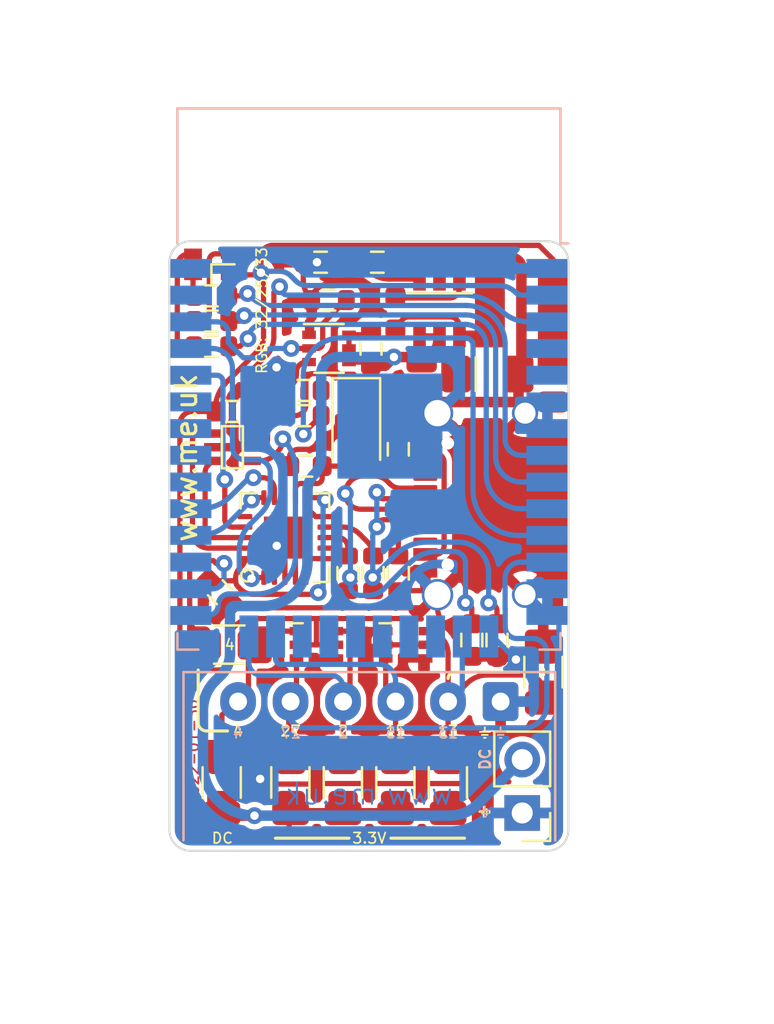
<source format=kicad_pcb>
(kicad_pcb (version 20211014) (generator pcbnew)
  (title_block (title "Generic ESP32 (suitable for battery operation)") (date "${DATE}") (rev "6") (comment 1 "www.me.uk") (comment 2 "@TheRealRevK"))
  (layers (0 "F.Cu" signal) (31 "B.Cu" signal) (34 "B.Paste" user) (35 "F.Paste" user) (36 "B.SilkS" user "B.Silkscreen") (37 "F.SilkS" user "F.Silkscreen") (38 "B.Mask" user) (39 "F.Mask" user) (44 "Edge.Cuts" user))
  (property "DATE" "2022-01-30")
  (net 0 "")
  (net 1 "D+")
  (net 2 "GND")
  (net 3 "D-")
  (net 4 "+3V3")
  (net 5 "VBUS")
  (net 6 "IO5")
  (net 7 "IO4")
  (net 8 "IO3")
  (net 9 "IO2")
  (net 10 "IO1")
  (net 11 "O")
  (net 12 "I")
  (net 22 "EN")
  (net 24 "Net-(J2-PadA5)")
  (net 25 "Net-(J2-PadB5)")
  (net 28 "Net-(J1-Pad6)")
  (net 29 "GPIO0")
  (net 33 "Net-(D1-Pad2)")
  (net 34 "DC")
  (net 35 "Net-(Q1-Pad5)")
  (net 36 "Net-(Q1-Pad4)")
  (net 37 "ADCON")
  (net 38 "ADC")
  (net 39 "CHARGER")
  (net 40 "USB")
  (net 41 "Net-(C2-Pad1)")
  (net 42 "Net-(D1-Pad3)")
  (net 43 "R")
  (net 44 "G")
  (net 45 "B")
  (net 49 "Net-(C4-Pad1)")
  (net 50 "Net-(D1-Pad4)")
  (net 51 "Net-(C3-Pad1)")
  (net 52 "Net-(R16-Pad2)")
  (net 53 "Net-(R18-Pad1)")
  (net 54 "Net-(R19-Pad1)")
  (footprint "RevK:Pad_1206_0805_Open" (layer "F.Cu") (at 130 124.35 90)
    (fp_text reference "R2" hide)
    (fp_text value "NF")
  )
  (footprint "RevK:Pad_1206_0805_Open" (layer "F.Cu") (at 127.5 124.35 90)
    (fp_text reference "R3" hide)
    (fp_text value "NF")
  )
  (footprint "RevK:Pad_1206_0805_Open" (layer "F.Cu") (at 125 124.35 90)
    (fp_text reference "R4" hide)
    (fp_text value "NF")
  )
  (footprint "RevK:Pad_1206_0805_Open" (layer "F.Cu") (at 122.5 124.35 90)
    (fp_text reference "R5" hide)
    (fp_text value "NF")
  )
  (footprint "RevK:Pad_1206_0805_Open" (layer "F.Cu") (at 119.23 124.35 90)
    (fp_text reference "R6" hide)
    (fp_text value "NF")
  )
  (footprint "RevK:USC16-TR-Round" (layer "F.Cu") (at 135.775 111.1 90)
    (fp_text reference "J2" hide)
    (fp_text value "USB-C")
  )
  (footprint "Connector_PinHeader_2.54mm:PinHeader_1x02_P2.54mm_Vertical" (layer "F.Cu") (at 133.53 125.8 180)
    (fp_text reference "J3" hide)
    (fp_text value "DC")
  )
  (footprint "RevK:Pad_1206_0805_Open" (layer "F.Cu") (at 134.53 119.1 -90)
    (fp_text reference "C1" hide)
    (fp_text value "NF")
  )
  (footprint "RevK:R_0603" (layer "F.Cu") (at 119.73 106.7 180)
    (fp_text reference "R1" hide)
    (fp_text value "10K")
  )
  (footprint "RevK:R_0603" (layer "F.Cu") (at 118.73 102.4)
    (fp_text reference "R10" hide)
    (fp_text value "330R")
  )
  (footprint "RevK:R_0603" (layer "F.Cu") (at 123.13 105.7)
    (fp_text reference "R19" hide)
    (fp_text value "18K")
  )
  (footprint "RevK:R_0603" (layer "F.Cu") (at 123.13 106.9 180)
    (fp_text reference "R20" hide)
    (fp_text value "1k")
  )
  (footprint "RevK:USV-5" (layer "F.Cu") (at 119.73 108.4 -90)
    (fp_text reference "Q1" hide)
    (fp_text value "RN1701")
  )
  (footprint "Diode_SMD:D_1206_3216Metric" (layer "F.Cu") (at 125.63 107.4 -90)
    (fp_text reference "D2" hide)
    (fp_text value "D")
  )
  (footprint "RevK:R_0603" (layer "F.Cu") (at 124.33 101.4)
    (fp_text reference "R15" hide)
    (fp_text value "10K")
  )
  (footprint "RevK:R_0603" (layer "F.Cu") (at 126.33 103.7 -90)
    (fp_text reference "R18" hide)
    (fp_text value "10K")
  )
  (footprint "Package_TO_SOT_SMD:SOT-363_SC-70-6" (layer "F.Cu") (at 124.33 103.7)
    (fp_text reference "U3" hide)
    (fp_text value "NX6020CAKS")
  )
  (footprint "RevK:C_0603" (layer "F.Cu") (at 119.13 115.3 -45)
    (fp_text reference "C2" hide)
    (fp_text value "100nF")
  )
  (footprint "RevK:R_0603" (layer "F.Cu") (at 127.63 108.5 -90)
    (fp_text reference "R12" hide)
    (fp_text value "5K1")
  )
  (footprint "RevK:Pad_1206_0805_Open" (layer "F.Cu") (at 119.58 117.8)
    (fp_text reference "R7" hide)
    (fp_text value "NF")
  )
  (footprint "RevK:SOT-363_SC-70-6" (layer "F.Cu") (at 123.73 117.8)
    (fp_text reference "D4" hide)
    (fp_text value "BAV99S")
  )
  (footprint "RevK:SOT-363_SC-70-6" (layer "F.Cu") (at 127.98 117.8)
    (fp_text reference "D3" hide)
    (fp_text value "BAV99S")
  )
  (footprint "RevK:R_0603" (layer "F.Cu") (at 127.63 114.4 -90)
    (fp_text reference "R11" hide)
    (fp_text value "5K1")
  )
  (footprint "RevK:R_0603" (layer "F.Cu") (at 126.43 114.4 90)
    (fp_text reference "R13" hide)
    (fp_text value "27R")
  )
  (footprint "RevK:R_0603" (layer "F.Cu") (at 125.23 114.4 -90)
    (fp_text reference "R14" hide)
    (fp_text value "27R")
  )
  (footprint "RevK:LED-RGB-1.6x1.6" (layer "F.Cu") (at 118.73 99.7)
    (fp_text reference "D1" hide)
    (fp_text value "RGB")
  )
  (footprint "RevK:R_0603" (layer "F.Cu") (at 118.73 101.2)
    (fp_text reference "R8" hide)
    (fp_text value "680R")
  )
  (footprint "RevK:R_0603" (layer "F.Cu") (at 118.73 103.6)
    (fp_text reference "R9" hide)
    (fp_text value "2K")
  )
  (footprint "RevK:C_0603" (layer "F.Cu") (at 123.23 109.3)
    (fp_text reference "C5" hide)
    (fp_text value "10nF")
  )
  (footprint "RevK:C_0603" (layer "F.Cu") (at 132.33 117.575 -90)
    (fp_text reference "C3" hide)
    (fp_text value "47pF")
  )
  (footprint "RevK:C_0603" (layer "F.Cu") (at 131.13 117.575 -90)
    (fp_text reference "C4" hide)
    (fp_text value "47pF")
  )
  (footprint "RevK:Hidden" (layer "F.Cu") (at 128.74 105.3 90)
    (fp_text reference "C7" hide)
    (fp_text value "2.2uF")
  )
  (footprint "RevK:Hidden" (layer "F.Cu") (at 134.99 105.3 90)
    (fp_text reference "C8" hide)
    (fp_text value "10uF")
  )
  (footprint "RevK:Hidden" (layer "F.Cu") (at 131.87 104.92)
    (fp_text reference "D5" hide)
    (fp_text value "Schottky")
  )
  (footprint "RevK:Hidden" (layer "F.Cu") (at 133.49 101.75)
    (fp_text reference "L1" hide)
    (fp_text value "6.8uH")
  )
  (footprint "RevK:Hidden" (layer "F.Cu") (at 127.49 102 -90)
    (fp_text reference "C6" hide)
    (fp_text value "0.1uF")
  )
  (footprint "RevK:R_0603" (layer "F.Cu") (at 123.93 99.6)
    (fp_text reference "R17" hide)
    (fp_text value "100k 1% or NF")
  )
  (footprint "RevK:QFN-20-1EP_4x4mm_P0.5mm_EP2.5x2.5mm" (layer "F.Cu") (at 122.23 112.7 90)
    (fp_text reference "U2" hide)
    (fp_text value "FT231XQ")
  )
  (footprint "RevK:R_0603" (layer "F.Cu") (at 126.63 99.6 180)
    (fp_text reference "R16" hide)
    (fp_text value "330k 1% or 0R")
  )
  (footprint "RevK:RegulatorBlockFB" (layer "F.Cu") (at 129.59 101.75)
    (fp_text reference "U4" hide)
    (fp_text value "LMR16006+FB")
  )
  (footprint "RevK:Molex_MiniSPOX_H6RA" (layer "B.Cu") (at 126.25 120.5 180)
    (fp_text reference "J1" hide)
    (fp_text value "Connector")
  )
  (footprint "RF_Module:ESP32-WROOM-32" (layer "B.Cu") (at 126.23 108.15 180)
    (fp_text reference "U1" hide)
    (fp_text value "ESP32-WROOM-32")
  )
  (gr_line (start 118.5 121.9) (end 119.5 121.9) (layer "F.SilkS") (width 0.15))
  (gr_line (start 133.4 119.1) (end 130.3 119.1) (layer "F.SilkS") (width 0.15))
  (gr_line (start 125.28 127) (end 121.78 127) (layer "F.SilkS") (width 0.15))
  (gr_line (start 127.28 127) (end 130.78 127) (layer "F.SilkS") (width 0.15))
  (gr_line (start 118.1 119) (end 118.1 121.5) (layer "F.SilkS") (width 0.15))
  (gr_arc (start 118.5 121.9) (mid 118.217157 121.782843) (end 118.1 121.5) (layer "F.SilkS") (width 0.15))
  (gr_arc (start 130 119.4) (mid 130.087868 119.187868) (end 130.3 119.1) (layer "F.SilkS") (width 0.15))
  (gr_line (start 117.73 127.6) (end 134.73 127.6) (layer "Edge.Cuts") (width 0.1))
  (gr_line (start 135.73 126.6) (end 135.73 99.6) (layer "Edge.Cuts") (width 0.1))
  (gr_line (start 116.73 99.6) (end 116.73 126.6) (layer "Edge.Cuts") (width 0.1))
  (gr_arc (start 135.73 126.6) (mid 135.437107 127.307107) (end 134.73 127.6) (layer "Edge.Cuts") (width 0.1))
  (gr_line (start 134.73 98.6) (end 117.73 98.6) (layer "Edge.Cuts") (width 0.1))
  (gr_arc (start 134.73 98.6) (mid 135.437107 98.892893) (end 135.73 99.6) (layer "Edge.Cuts") (width 0.1))
  (gr_arc (start 116.73 99.6) (mid 117.022893 98.892893) (end 117.73 98.6) (layer "Edge.Cuts") (width 0.1))
  (gr_arc (start 117.73 127.6) (mid 117.022893 127.307107) (end 116.73 126.6) (layer "Edge.Cuts") (width 0.1))
  (gr_text "${DATE}" (at 117.88 122.91 90) (layer "F.Cu") (effects (font (size 0.5 0.5) (thickness 0.08))))
  (gr_text "www.me.uk" (at 126.23 124.9) (layer "B.Cu") (effects (font (size 1 1) (thickness 0.1)) (justify mirror)))
  (gr_text "DC" (at 131.75 123.23 -90) (layer "B.SilkS") (effects (font (size 0.5 0.5) (thickness 0.08)) (justify mirror)))
  (gr_text "13" (at 130 122) (layer "B.SilkS") (effects (font (size 0.5 0.5) (thickness 0.08)) (justify mirror)))
  (gr_text "15" (at 127.5 122) (layer "B.SilkS") (effects (font (size 0.5 0.5) (thickness 0.08)) (justify mirror)))
  (gr_text "⏚" (at 131.75 125.75) (layer "B.SilkS") (effects (font (size 0.5 0.5) (thickness 0.08)) (justify mirror)))
  (gr_text "4" (at 120 122) (layer "B.SilkS") (effects (font (size 0.5 0.5) (thickness 0.08)) (justify mirror)))
  (gr_text "⏚" (at 132.5 122) (layer "B.SilkS") (effects (font (size 0.5 0.5) (thickness 0.08)) (justify mirror)))
  (gr_text "27" (at 122.5 122) (layer "B.SilkS") (effects (font (size 0.5 0.5) (thickness 0.08)) (justify mirror)))
  (gr_text "2" (at 125 122) (layer "B.SilkS") (effects (font (size 0.5 0.5) (thickness 0.08)) (justify mirror)))
  (gr_text "RGB: 32/25/33" (at 121.13 101.9 90) (layer "F.SilkS") (effects (font (size 0.5 0.5) (thickness 0.08))))
  (gr_text "4" (at 120 121.9) (layer "F.SilkS") (effects (font (size 0.5 0.5) (thickness 0.08))))
  (gr_text "3.3V" (at 126.25 127) (layer "F.SilkS") (effects (font (size 0.5 0.5) (thickness 0.08))))
  (gr_text "13" (at 130 121.9) (layer "F.SilkS") (effects (font (size 0.5 0.5) (thickness 0.08))))
  (gr_text "⏚" (at 134.5 119.1 90) (layer "F.SilkS") (effects (font (size 0.5 0.5) (thickness 0.08))))
  (gr_text "2" (at 125 121.9) (layer "F.SilkS") (effects (font (size 0.5 0.5) (thickness 0.08))))
  (gr_text "www.me.uk" (at 117.53 108.9 90) (layer "F.SilkS") (effects (font (size 1 1))))
  (gr_text "DC" (at 119.25 127) (layer "F.SilkS") (effects (font (size 0.5 0.5) (thickness 0.08))))
  (gr_text "⏚" (at 131.75 122) (layer "F.SilkS") (effects (font (size 0.5 0.5) (thickness 0.08))))
  (gr_text "4" (at 119.6 117.8) (layer "F.SilkS") (effects (font (size 0.5 0.5) (thickness 0.08))))
  (gr_text "27" (at 122.5 121.9) (layer "F.SilkS") (effects (font (size 0.5 0.5) (thickness 0.08))))
  (gr_text "DC" (at 131.75 123.25 90) (layer "F.SilkS") (effects (font (size 0.5 0.5) (thickness 0.08))))
  (gr_text "⏚" (at 131.75 125.75 90) (layer "F.SilkS") (effects (font (size 0.5 0.5) (thickness 0.08))))
  (gr_text "15" (at 127.5 121.9) (layer "F.SilkS") (effects (font (size 0.5 0.5) (thickness 0.08))))
  (segment (start 125.23 113.175) (end 125.23 113.575) (width 0.25) (layer "F.Cu") (net 1))
  (segment (start 124.13 112.7) (end 124.755 112.7) (width 0.25) (layer "F.Cu") (net 1))
  (arc (start 124.755 112.7) (mid 125.090876 112.839124) (end 125.23 113.175) (width 0.25) (layer "F.Cu") (net 1))
  (segment (start 129.3 115.225) (end 129.495 115.42) (width 0.25) (layer "F.Cu") (net 2))
  (segment (start 121.73 113.2) (end 121.84 113.09) (width 0.25) (layer "F.Cu") (net 2))
  (segment (start 122.23 114.6) (end 122.23 112.7) (width 0.25) (layer "F.Cu") (net 2))
  (segment (start 124.03 124.4) (end 126.23 124.4) (width 0.25) (layer "F.Cu") (net 2))
  (segment (start 121.634811 107.170189) (end 121.905 106.9) (width 0.25) (layer "F.Cu") (net 2))
  (segment (start 128.70001 118.67999) (end 128.70001 124.27001) (width 0.25) (layer "F.Cu") (net 2))
  (segment (start 123.22999 105.207532) (end 123.22999 106.37501) (width 0.25) (layer "F.Cu") (net 2))
  (segment (start 128.83 124.4) (end 130.66313 124.4) (width 0.25) (layer "F.Cu") (net 2))
  (segment (start 126.23 117.55) (end 126.23 124.4) (width 0.25) (layer "F.Cu") (net 2))
  (segment (start 124.622476 102.842476) (end 124.622476 104.607524) (width 0.25) (layer "F.Cu") (net 2))
  (segment (start 121.93001 119.245988) (end 121.225499 119.950499) (width 0.25) (layer "F.Cu") (net 2))
  (segment (start 124.587783 107.907783) (end 124.312783 108.182783) (width 0.25) (layer "F.Cu") (net 2))
  (segment (start 122.23 110.8) (end 122.23 112.7) (width 0.25) (layer "F.Cu") (net 2))
  (segment (start 131.13 118.11566) (end 131.13 118.35) (width 0.25) (layer "F.Cu") (net 2))
  (segment (start 127.03 117.15) (end 126.63 117.15) (width 0.25) (layer "F.Cu") (net 2))
  (segment (start 128.965 106.25) (end 129.495 106.78) (width 0.5) (layer "F.Cu") (net 2))
  (segment (start 127.855 107.9) (end 127.63 107.675) (width 0.25) (layer "F.Cu") (net 2))
  (segment (start 124.964952 102.5) (end 125.041092 102.5) (width 0.25) (layer "F.Cu") (net 2))
  (segment (start 121.93001 117.42499) (end 121.93001 119.245988) (width 0.25) (layer "F.Cu") (net 2))
  (segment (start 133.23 118.5) (end 132.48 118.5) (width 0.25) (layer "F.Cu") (net 2))
  (segment (start 122.305 106.9) (end 121.905 106.9) (width 0.25) (layer "F.Cu") (net 2))
  (segment (start 121.57999 105.30001) (end 121.57999 104.85001) (width 0.25) (layer "F.Cu") (net 2))
  (segment (start 119.678008 115.848008) (end 119.869544 116.039544) (width 0.25) (layer "F.Cu") (net 2))
  (segment (start 123.505 101.125) (end 123.73 100.9) (width 0.25) (layer "F.Cu") (net 2))
  (segment (start 132.06313 125.8) (end 133.53 125.8) (width 0.25) (layer "F.Cu") (net 2))
  (segment (start 123.105 99.6) (end 123.7555 99.6) (width 0.25) (layer "F.Cu") (net 2))
  (segment (start 128.73 106.25) (end 128.965 106.25) (width 0.5) (layer "F.Cu") (net 2))
  (segment (start 123.779999 124.349999) (end 123.779999 118.800001) (width 0.25) (layer "F.Cu") (net 2))
  (segment (start 124.33 104.9) (end 123.537522 104.9) (width 0.25) (layer "F.Cu") (net 2))
  (segment (start 124.68 118.45) (end 124.13 118.45) (width 0.25) (layer "F.Cu") (net 2))
  (segment (start 123.505 102.925) (end 123.38 103.05) (width 0.25) (layer "F.Cu") (net 2))
  (segment (start 124.13 113.7) (end 123.23 113.7) (width 0.25) (layer "F.Cu") (net 2))
  (segment (start 127.63 115.225) (end 129.3 115.225) (width 0.25) (layer "F.Cu") (net 2))
  (segment (start 122.23 112.7) (end 123.23 113.7) (width 0.25) (layer "F.Cu") (net 2))
  (segment (start 128.875456 116.039544) (end 129.495 115.42) (width 0.25) (layer "F.Cu") (net 2))
  (segment (start 119.869544 116.039544) (end 128.875456 116.039544) (width 0.25) (layer "F.Cu") (net 2))
  (segment (start 121.225499 121.649501) (end 121.225499 119.950499) (width 0.25) (layer "F.Cu") (net 2))
  (segment (start 123.546978 108.49999) (end 122.892156 108.49999) (width 0.25) (layer "F.Cu") (net 2))
  (segment (start 123.105 99.6) (end 123.105 100.434315) (width 0.25) (layer "F.Cu") (net 2))
  (segment (start 121.84 113.09) (end 122.23 112.7) (width 0.25) (layer "F.Cu") (net 2))
  (segment (start 130.66313 124.4) (end 132.06313 125.8) (width 0.25) (layer "F.Cu") (net 2))
  (segment (start 121.294992 124.42499) (end 124.00501 124.42499) (width 0.25) (layer "F.Cu") (net 2))
  (segment (start 123.505 101.4) (end 123.505 101.125) (width 0.25) (layer "F.Cu") (net 2))
  (segment (start 129.82217 116.80783) (end 131.13 118.11566) (width 0.25) (layer "F.Cu") (net 2))
  (segment (start 126.03 100.9) (end 126.03 101.440381) (width 0.25) (layer "F.Cu") (net 2))
  (segment (start 122.78 117.15) (end 122.205 117.15) (width 0.25) (layer "F.Cu") (net 2))
  (segment (start 121.405001 108.024999) (end 121.405001 107.724999) (width 0.25) (layer "F.Cu") (net 2))
  (segment (start 121.57999 106.57499) (end 121.57999 105.30001) (width 0.25) (layer "F.Cu") (net 2))
  (segment (start 122.23 109.525) (end 122.455 109.3) (width 0.25) (layer "F.Cu") (net 2))
  (segment (start 123.505 101.4) (end 123.505 102.925) (width 0.25) (layer "F.Cu") (net 2))
  (segment (start 122.73 114.6) (end 122.73 113.2) (width 0.25) (layer "F.Cu") (net 2))
  (segment (start 128.70001 124.27001) (end 128.83 124.4) (width 0.25) (layer "F.Cu") (net 2))
  (segment (start 124.03 124.4) (end 123.83 124.4) (width 0.25) (layer "F.Cu") (net 2))
  (segment (start 132.48 118.5) (end 132.33 118.35) (width 0.25) (layer "F.Cu") (net 2))
  (segment (start 123.23 114.6) (end 123.23 113.7) (width 0.25) (layer "F.Cu") (net 2))
  (segment (start 126.23 124.4) (end 128.83 124.4) (width 0.25) (layer "F.Cu") (net 2))
  (segment (start 122.705 106.9) (end 122.305 106.9) (width 0.25) (layer "F.Cu") (net 2))
  (segment (start 124.00501 124.42499) (end 124.03 124.4) (width 0.25) (layer "F.Cu") (net 2))
  (segment (start 123.83 124.4) (end 123.779999 124.349999) (width 0.25) (layer "F.Cu") (net 2))
  (segment (start 124.454288 100.59999) (end 125.72999 100.59999) (width 0.25) (layer "F.Cu") (net 2))
  (segment (start 127.605 107.7) (end 125.089415 107.7) (width 0.25) (layer "F.Cu") (net 2))
  (segment (start 122.455 108.831066) (end 122.455 109.3) (width 0.25) (layer "F.Cu") (net 2))
  (segment (start 118.78 108.4) (end 121.03 108.4) (width 0.25) (layer "F.Cu") (net 2))
  (segment (start 128.915 107.9) (end 127.855 107.9) (width 0.25) (layer "F.Cu") (net 2))
  (segment (start 121.73 114.6) (end 121.73 113.2) (width 0.25) (layer "F.Cu") (net 2))
  (segment (start 129.495 115.42) (end 129.495 116.017972) (width 0.25) (layer "F.Cu") (net 2))
  (segment (start 127.63 107.675) (end 127.605 107.7) (width 0.25) (layer "F.Cu") (net 2))
  (segment (start 123.004976 99.700024) (end 123.105 99.6) (width 0.25) (layer "F.Cu") (net 2))
  (segment (start 121.050001 124.179999) (end 121.050001 121.824999) (width 0.25) (layer "F.Cu") (net 2))
  (segment (start 121.93 99.700024) (end 123.004976 99.700024) (width 0.25) (layer "F.Cu") (net 2))
  (segment (start 128.93 118.45) (end 128.70001 118.67999) (width 0.25) (layer "F.Cu") (net 2))
  (segment (start 122.23 110.8) (end 122.23 109.525) (width 0.25) (layer "F.Cu") (net 2))
  (via (at 121.83 104.6) (size 0.8) (drill 0.4) (layers "F.Cu" "B.Cu") (net 2))
  (via (at 133.23 118.5) (size 0.8) (drill 0.4) (layers "F.Cu" "B.Cu") (net 2))
  (via (at 121.050001 124.179999) (size 0.8) (drill 0.4) (layers "F.Cu" "B.Cu") (net 2))
  (via (at 123.7555 99.6) (size 0.8) (drill 0.4) (layers "F.Cu" "B.Cu") (net 2))
  (via (at 121.84 113.09) (size 0.8) (drill 0.4) (layers "F.Cu" "B.Cu") (net 2))
  (arc (start 122.53 108.65) (mid 122.474492 108.733073) (end 122.455 108.831066) (width 0.25) (layer "F.Cu") (net 2))
  (arc (start 123.105 100.434315) (mid 123.208956 100.956939) (end 123.505 101.4) (width 0.25) (layer "F.Cu") (net 2))
  (arc (start 123.537522 104.9) (mid 123.320064 104.990074) (end 123.22999 105.207532) (width 0.25) (layer "F.Cu") (net 2))
  (arc (start 123.22999 106.37501) (mid 123.076224 106.746234) (end 122.705 106.9) (width 0.25) (layer "F.Cu") (net 2))
  (arc (start 123.73 100.9) (mid 124.062307 100.677959) (end 124.454288 100.59999) (width 0.25) (layer "F.Cu") (net 2))
  (arc (start 124.13 118.45) (mid 123.882512 118.552513) (end 123.779999 118.800001) (width 0.25) (layer "F.Cu") (net 2))
  (arc (start 126.63 117.15) (mid 126.347157 117.267157) (end 126.23 117.55) (width 0.25) (layer "F.Cu") (net 2))
  (arc (start 125.089415 107.7) (mid 124.817934 107.754001) (end 124.587783 107.907783) (width 0.25) (layer "F.Cu") (net 2))
  (arc (start 129.495 116.017972) (mid 129.580028 116.44544) (end 129.82217 116.80783) (width 0.25) (layer "F.Cu") (net 2))
  (arc (start 121.050001 121.824999) (mid 121.086612 121.736611) (end 121.175 121.7) (width 0.25) (layer "F.Cu") (net 2))
  (arc (start 125.041092 102.5) (mid 125.400396 102.42853) (end 125.705 102.225) (width 0.25) (layer "F.Cu") (net 2))
  (arc (start 121.905 106.9) (mid 121.675183 106.804807) (end 121.57999 106.57499) (width 0.25) (layer "F.Cu") (net 2))
  (arc (start 124.312783 108.182783) (mid 123.961428 108.417551) (end 123.546978 108.49999) (width 0.25) (layer "F.Cu") (net 2))
  (arc (start 124.622476 104.607524) (mid 124.536812 104.814336) (end 124.33 104.9) (width 0.25) (layer "F.Cu") (net 2))
  (arc (start 121.175 121.7) (mid 121.210708 121.685209) (end 121.225499 121.649501) (width 0.25) (layer "F.Cu") (net 2))
  (arc (start 124.964952 102.5) (mid 124.722785 102.600309) (end 124.622476 102.842476) (width 0.25) (layer "F.Cu") (net 2))
  (arc (start 122.205 117.15) (mid 122.010553 117.230543) (end 121.93001 117.42499) (width 0.25) (layer "F.Cu") (net 2))
  (arc (start 122.892156 108.49999) (mid 122.696159 108.538976) (end 122.53 108.65) (width 0.25) (layer "F.Cu") (net 2))
  (arc (start 126.03 101.440381) (mid 125.945535 101.865013) (end 125.705 102.225) (width 0.25) (layer "F.Cu") (net 2))
  (arc (start 121.405001 107.724999) (mid 121.464727 107.424738) (end 121.634811 107.170189) (width 0.25) (layer "F.Cu") (net 2))
  (arc (start 121.57999 104.85001) (mid 121.653216 104.673226) (end 121.83 104.6) (width 0.25) (layer "F.Cu") (net 2))
  (arc (start 121.03 108.4) (mid 121.295166 108.290165) (end 121.405001 108.024999) (width 0.25) (layer "F.Cu") (net 2))
  (arc (start 125.72999 100.59999) (mid 125.942129 100.687861) (end 126.03 100.9) (width 0.25) (layer "F.Cu") (net 2))
  (segment (start 134.73 106.245) (end 134.2 106.245) (width 0.25) (layer "B.Cu") (net 2))
  (segment (start 134.4 107.515) (end 133.665 106.78) (width 0.25) (layer "B.Cu") (net 2))
  (segment (start 125.33 116) (end 127.03 116) (width 0.25) (layer "B.Cu") (net 2))
  (segment (start 132.135 117.405) (end 133.23 118.5) (width 0.25) (layer "B.Cu") (net 2))
  (segment (start 133.235 99.895) (end 134.73 99.895) (width 0.5) (layer "B.Cu") (net 2))
  (segment (start 127.03 116) (end 128.475 114.555) (width 0.25) (layer "B.Cu") (net 2))
  (segment (start 134.65 116.405) (end 133.665 115.42) (width 0.25) (layer "B.Cu") (net 2))
  (segment (start 134.73 116.405) (end 134.835 116.405) (width 0.25) (layer "B.Cu") (net 2))
  (segment (start 134.73 116.405) (end 134.65 116.405) (width 0.25) (layer "B.Cu") (net 2))
  (segment (start 131.945 117.405) (end 132.135 117.405) (width 0.25) (layer "B.Cu") (net 2))
  (segment (start 124.230556 99.124944) (end 125.305056 99.124944) (width 0.25) (layer "B.Cu") (net 2))
  (segment (start 135.28 116.85) (end 135.28 125.25) (width 0.25) (layer "B.Cu") (net 2))
  (segment (start 124.539096 113.290904) (end 124.539096 115.209096) (width 0.25) (layer "B.Cu") (net 2))
  (segment (start 119.935 99.895) (end 117.73 99.895) (width 0.5) (layer "B.Cu") (net 2))
  (segment (start 132.975 99.635) (end 133.235 99.895) (width 0.5) (layer "B.Cu") (net 2))
  (segment (start 128.475 114.555) (end 128.475 114.4) (width 0.25) (layer "B.Cu") (net 2))
  (segment (start 134.78 125.75) (end 133.58 125.75) (width 0.25) (layer "B.Cu") (net 2))
  (segment (start 134.2 106.245) (end 133.665 106.78) (width 0.25) (layer "B.Cu") (net 2))
  (segment (start 128.475 114.4) (end 129.495 115.42) (width 0.25) (layer "B.Cu") (net 2))
  (segment (start 120.554944 99.275056) (end 119.935 99.895) (width 0.5) (layer "B.Cu") (net 2))
  (segment (start 125.305056 99.124944) (end 131.743616 99.124944) (width 0.5) (layer "B.Cu") (net 2))
  (segment (start 123.7555 99.6) (end 124.230556 99.124944) (width 0.25) (layer "B.Cu") (net 2))
  (segment (start 134.73 115.135) (end 133.95 115.135) (width 0.25) (layer "B.Cu") (net 2))
  (segment (start 133.95 115.135) (end 133.665 115.42) (width 0.25) (layer "B.Cu") (net 2))
  (segment (start 134.73 107.515) (end 134.4 107.515) (width 0.25) (layer "B.Cu") (net 2))
  (segment (start 125.305056 99.124944) (end 120.917346 99.124944) (width 0.5) (layer "B.Cu") (net 2))
  (arc (start 120.917346 99.124944) (mid 120.721216 99.163956) (end 120.554944 99.275056) (width 0.5) (layer "B.Cu") (net 2))
  (arc (start 133.58 125.75) (mid 133.544645 125.764645) (end 133.53 125.8) (width 0.25) (layer "B.Cu") (net 2))
  (arc (start 135.28 125.25) (mid 135.133553 125.603553) (end 134.78 125.75) (width 0.25) (layer "B.Cu") (net 2))
  (arc (start 124.539096 115.209096) (mid 124.770746 115.76835) (end 125.33 116) (width 0.25) (layer "B.Cu") (net 2))
  (arc (start 131.743616 99.124944) (mid 132.410036 99.257503) (end 132.975 99.635) (width 0.5) (layer "B.Cu") (net 2))
  (arc (start 134.835 116.405) (mid 135.149663 116.535337) (end 135.28 116.85) (width 0.25) (layer "B.Cu") (net 2))
  (segment (start 125.790876 112.535876) (end 126.147157 112.892158) (width 0.25) (layer "F.Cu") (net 3))
  (segment (start 124.98 112.2) (end 124.13 112.2) (width 0.25) (layer "F.Cu") (net 3))
  (arc (start 125.790876 112.535876) (mid 125.418844 112.287291) (end 124.98 112.2) (width 0.25) (layer "F.Cu") (net 3))
  (arc (start 126.43 113.575) (mid 126.356492 113.205448) (end 126.147157 112.892158) (width 0.25) (layer "F.Cu") (net 3))
  (segment (start 120.667183 116.550009) (end 127.880009 116.550009) (width 0.25) (layer "F.Cu") (net 4))
  (segment (start 134.99 101.8) (end 134.99 99.46) (width 0.25) (layer "F.Cu") (net 4))
  (segment (start 119.898435 116.868435) (end 119.798435 116.968435) (width 0.25) (layer "F.Cu") (net 4))
  (segment (start 123.73 117.8) (end 123.73 116.63641) (width 0.25) (layer "F.Cu") (net 4))
  (segment (start 118.905 106.646843) (end 118.905 106.7) (width 0.25) (layer "F.Cu") (net 4))
  (segment (start 117.22999 126.14999) (end 117.22999 107.30001) (width 0.25) (layer "F.Cu") (net 4))
  (segment (start 127.455 98.825) (end 127.43 98.8) (width 0.25) (layer "F.Cu") (net 4))
  (segment (start 117.83 106.7) (end 118.905 106.7) (width 0.25) (layer "F.Cu") (net 4))
  (segment (start 122.78 117.8) (end 123.73 117.8) (width 0.25) (layer "F.Cu") (net 4))
  (segment (start 122.03 127.05) (end 118.13 127.05) (width 0.25) (layer "F.Cu") (net 4))
  (segment (start 122.43 125.8825) (end 122.43 126.65) (width 0.25) (layer "F.Cu") (net 4))
  (segment (start 127.03 117.8) (end 128.03 117.8) (width 0.25) (layer "F.Cu") (net 4))
  (segment (start 134.99 99.46) (end 134.33 98.8) (width 0.25) (layer "F.Cu") (net 4))
  (segment (start 128.03 116.7) (end 128.03 117.8) (width 0.25) (layer "F.Cu") (net 4))
  (segment (start 123.73 117.8) (end 124.68 117.8) (width 0.25) (layer "F.Cu") (net 4))
  (segment (start 134.33 98.8) (end 127.43 98.8) (width 0.25) (layer "F.Cu") (net 4))
  (segment (start 121.63 98.8) (end 127.43 98.8) (width 0.25) (layer "F.Cu") (net 4))
  (segment (start 128.03 117.8) (end 128.93 117.8) (width 0.25) (layer "F.Cu") (net 4))
  (segment (start 125 125.8125) (end 127.5 125.8125) (width 0.5) (layer "F.Cu") (net 4))
  (segment (start 120.942895 103.812895) (end 119.467895 105.287895) (width 0.25) (layer "F.Cu") (net 4))
  (segment (start 119.605 100.2) (end 120.99 100.2) (width 0.25) (layer "F.Cu") (net 4))
  (segment (start 127.880009 116.550009) (end 128.03 116.7) (width 0.25) (layer "F.Cu") (net 4))
  (segment (start 127.455 99.6) (end 127.455 98.825) (width 0.25) (layer "F.Cu") (net 4))
  (segment (start 121.21328 100.397624) (end 121.21328 103.160128) (width 0.25) (layer "F.Cu") (net 4))
  (segment (start 119.08001 119.00001) (end 117.33001 119.00001) (width 0.25) (layer "F.Cu") (net 4))
  (segment (start 119.50501 117.676825) (end 119.50501 118.57501) (width 0.25) (layer "F.Cu") (net 4))
  (segment (start 127.5 125.8125) (end 130 125.8125) (width 0.5) (layer "F.Cu") (net 4))
  (segment (start 122.5 125.8125) (end 125 125.8125) (width 0.5) (layer "F.Cu") (net 4))
  (segment (start 121.09 100.1) (end 121.09 99.34) (width 0.25) (layer "F.Cu") (net 4))
  (via (at 121.09 100.1) (size 0.8) (drill 0.4) (layers "F.Cu" "B.Cu") (net 4))
  (arc (start 120.667183 116.550009) (mid 120.25114 116.632765) (end 119.898435 116.868435) (width 0.25) (layer "F.Cu") (net 4))
  (arc (start 119.467895 105.287895) (mid 119.051292 105.911385) (end 118.905 106.646843) (width 0.25) (layer "F.Cu") (net 4))
  (arc (start 122.43 126.65) (mid 122.312843 126.932843) (end 122.03 127.05) (width 0.25) (layer "F.Cu") (net 4))
  (arc (start 120.99 100.2) (mid 121.060711 100.170711) (end 121.09 100.1) (width 0.25) (layer "F.Cu") (net 4))
  (arc (start 121.09 100.1) (mid 121.18124 100.23655) (end 121.21328 100.397624) (width 0.25) (layer "F.Cu") (net 4))
  (arc (start 121.09 99.34) (mid 121.248162 98.958162) (end 121.63 98.8) (width 0.25) (layer "F.Cu") (net 4))
  (arc (start 117.22999 107.30001) (mid 117.405729 106.875739) (end 117.83 106.7) (width 0.25) (layer "F.Cu") (net 4))
  (arc (start 122.5 125.8125) (mid 122.450503 125.833003) (end 122.43 125.8825) (width 0.25) (layer "F.Cu") (net 4))
  (arc (start 119.50501 118.57501) (mid 119.38053 118.87553) (end 119.08001 119.00001) (width 0.25) (layer "F.Cu") (net 4))
  (arc (start 121.21328 103.160128) (mid 121.143009 103.513402) (end 120.942895 103.812895) (width 0.25) (layer "F.Cu") (net 4))
  (arc (start 119.798435 116.968435) (mid 119.581268 117.293449) (end 119.50501 117.676825) (width 0.25) (layer "F.Cu") (net 4))
  (arc (start 118.13 127.05) (mid 117.493597 126.786393) (end 117.22999 126.14999) (width 0.25) (layer "F.Cu") (net 4))
  (segment (start 121.258994 100.03) (end 121.95766 100.03) (width 0.25) (layer "B.Cu") (net 4))
  (segment (start 133.521776 101.165) (end 134.73 101.165) (width 0.25) (layer "B.Cu") (net 4))
  (segment (start 122.525 100.265) (end 122.75 100.49) (width 0.25) (layer "B.Cu") (net 4))
  (segment (start 123.281126 100.71) (end 132.42331 100.71) (width 0.25) (layer "B.Cu") (net 4))
  (arc (start 122.75 100.49) (mid 122.993683 100.652824) (end 123.281126 100.71) (width 0.25) (layer "B.Cu") (net 4))
  (arc (start 121.95766 100.03) (mid 122.264702 100.091074) (end 122.525 100.265) (width 0.25) (layer "B.Cu") (net 4))
  (arc (start 132.42331 100.71) (mid 132.854475 100.795764) (end 133.22 101.04) (width 0.25) (layer "B.Cu") (net 4))
  (arc (start 121.09 100.1) (mid 121.167536 100.048191) (end 121.258994 100.03) (width 0.25) (layer "B.Cu") (net 4))
  (arc (start 133.22 101.04) (mid 133.358456 101.132513) (end 133.521776 101.165) (width 0.25) (layer "B.Cu") (net 4))
  (segment (start 129.400006 113.5) (end 128.915 113.5) (width 0.25) (layer "F.Cu") (net 5))
  (segment (start 129.810001 109.109995) (end 129.810001 113.090005) (width 0.25) (layer "F.Cu") (net 5))
  (segment (start 124.005 109.3) (end 124.005 109.87498) (width 0.25) (layer "F.Cu") (net 5))
  (segment (start 128.915 108.7) (end 129.400006 108.7) (width 0.25) (layer "F.Cu") (net 5))
  (segment (start 125.83001 108.59999) (end 125.63 108.8) (width 0.25) (layer "F.Cu") (net 5))
  (segment (start 122.73 110.401978) (end 122.73 110.8) (width 0.25) (layer "F.Cu") (net 5))
  (segment (start 123.75499 110.12499) (end 123.006988 110.12499) (width 0.25) (layer "F.Cu") (net 5))
  (segment (start 128.915 108.7) (end 128.81499 108.59999) (width 0.25) (layer "F.Cu") (net 5))
  (segment (start 128.81499 108.59999) (end 125.83001 108.59999) (width 0.25) (layer "F.Cu") (net 5))
  (segment (start 124.005 109.3) (end 125.13 109.3) (width 0.25) (layer "F.Cu") (net 5))
  (arc (start 129.400006 108.7) (mid 129.689916 108.820085) (end 129.810001 109.109995) (width 0.25) (layer "F.Cu") (net 5))
  (arc (start 123.006988 110.12499) (mid 122.811128 110.206118) (end 122.73 110.401978) (width 0.25) (layer "F.Cu") (net 5))
  (arc (start 129.810001 113.090005) (mid 129.689916 113.379915) (end 129.400006 113.5) (width 0.25) (layer "F.Cu") (net 5))
  (arc (start 124.005 109.87498) (mid 123.931774 110.051764) (end 123.75499 110.12499) (width 0.25) (layer "F.Cu") (net 5))
  (arc (start 125.13 109.3) (mid 125.483553 109.153553) (end 125.63 108.8) (width 0.25) (layer "F.Cu") (net 5))
  (segment (start 118.95501 113.92501) (end 118.83 113.8) (width 0.25) (layer "F.Cu") (net 6))
  (segment (start 118.83 113.8) (end 118.162212 113.8) (width 0.25) (layer "F.Cu") (net 6))
  (segment (start 117.696106 117.378606) (end 118.1175 117.8) (width 0.25) (layer "F.Cu") (net 6))
  (segment (start 117.83 116.9625) (end 118.6675 117.8) (width 0.25) (layer "F.Cu") (net 6))
  (segment (start 117.696106 114.266106) (end 117.696106 117.378606) (width 0.25) (layer "F.Cu") (net 6))
  (segment (start 119.33 113.92501) (end 118.95501 113.92501) (width 0.25) (layer "F.Cu") (net 6))
  (via (at 119.33 113.92501) (size 0.8) (drill 0.4) (layers "F.Cu" "B.Cu") (net 6))
  (arc (start 118.162212 113.8) (mid 117.832625 113.936519) (end 117.696106 114.266106) (width 0.25) (layer "F.Cu") (net 6))
  (segment (start 117.73 115.135) (end 118.795 115.135) (width 0.25) (layer "B.Cu") (net 6))
  (segment (start 119.33 114.6) (end 119.33 113.92501) (width 0.25) (layer "B.Cu") (net 6))
  (arc (start 118.795 115.135) (mid 119.173302 114.978302) (end 119.33 114.6) (width 0.25) (layer "B.Cu") (net 6))
  (segment (start 122.415 123.3525) (end 122.5 123.4375) (width 0.25) (layer "F.Cu") (net 7))
  (segment (start 122.78 118.45) (end 122.78 120.135) (width 0.25) (layer "F.Cu") (net 7))
  (segment (start 122.415 120.5) (end 122.415 123.3525) (width 0.25) (layer "F.Cu") (net 7))
  (segment (start 122.78 120.135) (end 122.415 120.5) (width 0.25) (layer "F.Cu") (net 7))
  (segment (start 133.28 117.5) (end 134.03 117.5) (width 0.25) (layer "B.Cu") (net 7))
  (segment (start 134.702811 118.172811) (end 134.702811 120.657191) (width 0.25) (layer "B.Cu") (net 7))
  (segment (start 134.73 113.865) (end 133.48 113.865) (width 0.25) (layer "B.Cu") (net 7))
  (segment (start 132.714999 114.630001) (end 132.714999 116.080489) (width 0.25) (layer "B.Cu") (net 7))
  (segment (start 122.415 121.035) (end 122.415 120.5) (width 0.25) (layer "B.Cu") (net 7))
  (segment (start 132.719511 116.085001) (end 132.719511 116.939511) (width 0.25) (layer "B.Cu") (net 7))
  (segment (start 122.5 120.5) (end 122.5 121.12) (width 0.25) (layer "B.Cu") (net 7))
  (segment (start 133.610002 121.75) (end 123.13 121.75) (width 0.25) (layer "B.Cu") (net 7))
  (arc (start 132.714999 116.080489) (mid 132.718189 116.081811) (end 132.719511 116.085001) (width 0.25) (layer "B.Cu") (net 7))
  (arc (start 123.13 121.75) (mid 122.624419 121.540581) (end 122.415 121.035) (width 0.25) (layer "B.Cu") (net 7))
  (arc (start 122.5 121.12) (mid 122.684523 121.565477) (end 123.13 121.75) (width 0.25) (layer "B.Cu") (net 7))
  (arc (start 134.702811 120.657191) (mid 134.382735 121.429924) (end 133.610002 121.75) (width 0.25) (layer "B.Cu") (net 7))
  (arc (start 132.719511 116.939511) (mid 132.883674 117.335837) (end 133.28 117.5) (width 0.25) (layer "B.Cu") (net 7))
  (arc (start 134.03 117.5) (mid 134.505749 117.697062) (end 134.702811 118.172811) (width 0.25) (layer "B.Cu") (net 7))
  (arc (start 133.48 113.865) (mid 132.939063 114.089064) (end 132.714999 114.630001) (width 0.25) (layer "B.Cu") (net 7))
  (segment (start 125.330001 120.124999) (end 125.330001 117.400001) (width 0.25) (layer "F.Cu") (net 8))
  (segment (start 124.955 120.5) (end 125.330001 120.124999) (width 0.25) (layer "F.Cu") (net 8))
  (segment (start 125 120.545) (end 124.955 120.5) (width 0.25) (layer "F.Cu") (net 8))
  (segment (start 125 122.8875) (end 125 120.545) (width 0.25) (layer "F.Cu") (net 8))
  (segment (start 124.68 117.15) (end 125.08 117.15) (width 0.25) (layer "F.Cu") (net 8))
  (arc (start 125.08 117.15) (mid 125.256777 117.223224) (end 125.330001 117.400001) (width 0.25) (layer "F.Cu") (net 8))
  (segment (start 120.515 117.405) (end 120.515 118.655) (width 0.25) (layer "B.Cu") (net 8))
  (segment (start 121.11048 119.25048) (end 124.42548 119.25048) (width 0.25) (layer "B.Cu") (net 8))
  (segment (start 125 120.5) (end 125 119.825) (width 0.25) (layer "B.Cu") (net 8))
  (arc (start 125 119.825) (mid 124.831727 119.418753) (end 124.42548 119.25048) (width 0.25) (layer "B.Cu") (net 8))
  (arc (start 120.515 118.655) (mid 120.689412 119.076068) (end 121.11048 119.25048) (width 0.25) (layer "B.Cu") (net 8))
  (segment (start 127.5 122.8875) (end 127.5 120.505) (width 0.25) (layer "F.Cu") (net 9))
  (segment (start 127.03 120.035) (end 127.495 120.5) (width 0.25) (layer "F.Cu") (net 9))
  (segment (start 127.03 118.45) (end 127.03 120.035) (width 0.25) (layer "F.Cu") (net 9))
  (segment (start 127.5 120.505) (end 127.495 120.5) (width 0.25) (layer "F.Cu") (net 9))
  (segment (start 121.785 117.405) (end 121.785 118.455) (width 0.25) (layer "B.Cu") (net 9))
  (segment (start 122.060001 118.730001) (end 126.705001 118.730001) (width 0.25) (layer "B.Cu") (net 9))
  (segment (start 127.5 120.5) (end 127.5 119.525) (width 0.25) (layer "B.Cu") (net 9))
  (arc (start 126.705001 118.730001) (mid 127.26715 118.962851) (end 127.5 119.525) (width 0.25) (layer "B.Cu") (net 9))
  (arc (start 121.785 118.455) (mid 121.865546 118.649455) (end 122.060001 118.730001) (width 0.25) (layer "B.Cu") (net 9))
  (segment (start 133.343499 119.236501) (end 131.866501 119.236501) (width 0.25) (layer "F.Cu") (net 10))
  (segment (start 130 120.5) (end 130 118.22) (width 0.25) (layer "F.Cu") (net 10))
  (segment (start 130 122.8875) (end 130 120.535) (width 0.25) (layer "F.Cu") (net 10))
  (segment (start 133.343499 119.236501) (end 133.754001 119.236501) (width 0.25) (layer "F.Cu") (net 10))
  (segment (start 130 120.535) (end 130.035 120.5) (width 0.25) (layer "F.Cu") (net 10))
  (segment (start 130 120.5) (end 130.837112 119.662888) (width 0.25) (layer "F.Cu") (net 10))
  (segment (start 130.896861 119.638139) (end 130.035 120.5) (width 0.25) (layer "F.Cu") (net 10))
  (arc (start 131.866501 119.236501) (mid 131.341736 119.340883) (end 130.896861 119.638139) (width 0.25) (layer "F.Cu") (net 10))
  (arc (start 133.754001 119.236501) (mid 134.302715 119.463786) (end 134.53 120.0125) (width 0.25) (layer "F.Cu") (net 10))
  (arc (start 130 118.22) (mid 129.686604 117.463396) (end 128.93 117.15) (width 0.25) (layer "F.Cu") (net 10))
  (arc (start 130.837112 119.662888) (mid 130.864524 119.644572) (end 130.896861 119.638139) (width 0.25) (layer "F.Cu") (net 10))
  (segment (start 130.675 117.405) (end 130.675 119.86) (width 0.25) (layer "B.Cu") (net 10))
  (arc (start 130.675 119.86) (mid 130.487548 120.312548) (end 130.035 120.5) (width 0.25) (layer "B.Cu") (net 10))
  (arc (start 130.675 119.825) (mid 130.477297 120.302297) (end 130 120.5) (width 0.25) (layer "B.Cu") (net 10))
  (segment (start 121.23 114.6) (end 120.691917 114.6) (width 0.25) (layer "F.Cu") (net 11))
  (segment (start 120.691917 114.6) (end 120.640205 114.651712) (width 0.25) (layer "F.Cu") (net 11))
  (via (at 120.640205 114.651712) (size 0.8) (drill 0.4) (layers "F.Cu" "B.Cu") (net 11))
  (segment (start 120.055001 113.317459) (end 120.055001 114.068293) (width 0.25) (layer "B.Cu") (net 11))
  (segment (start 121.53 109.6) (end 121.53 110.5) (width 0.25) (layer "B.Cu") (net 11))
  (segment (start 120.445704 114.622101) (end 120.610594 114.622101) (width 0.25) (layer "B.Cu") (net 11))
  (segment (start 120.610594 114.622101) (end 120.640205 114.651712) (width 0.25) (layer "B.Cu") (net 11))
  (segment (start 119.73 104.653137) (end 119.73 108.4) (width 0.25) (layer "B.Cu") (net 11))
  (segment (start 117.73 103.705) (end 118.781863 103.705) (width 0.25) (layer "B.Cu") (net 11))
  (segment (start 120.33 109) (end 120.93 109) (width 0.25) (layer "B.Cu") (net 11))
  (segment (start 121.105736 111.524264) (end 120.58 112.05) (width 0.25) (layer "B.Cu") (net 11))
  (arc (start 118.781863 103.705) (mid 119.452297 103.982703) (end 119.73 104.653137) (width 0.25) (layer "B.Cu") (net 11))
  (arc (start 121.53 110.5) (mid 121.419737 111.054328) (end 121.105736 111.524264) (width 0.25) (layer "B.Cu") (net 11))
  (arc (start 120.055001 114.068293) (mid 120.162804 114.40652) (end 120.445704 114.622101) (width 0.25) (layer "B.Cu") (net 11))
  (arc (start 120.93 109) (mid 121.354264 109.175736) (end 121.53 109.6) (width 0.25) (layer "B.Cu") (net 11))
  (arc (start 120.58 112.05) (mid 120.191444 112.631516) (end 120.055001 113.317459) (width 0.25) (layer "B.Cu") (net 11))
  (arc (start 119.73 108.4) (mid 119.905736 108.824264) (end 120.33 109) (width 0.25) (layer "B.Cu") (net 11))
  (segment (start 119.73 112.2) (end 120.33 112.2) (width 0.25) (layer "F.Cu") (net 12))
  (segment (start 119.36734 109.93734) (end 119.36734 111.83734) (width 0.25) (layer "F.Cu") (net 12))
  (via (at 119.36734 109.93734) (size 0.8) (drill 0.4) (layers "F.Cu" "B.Cu") (net 12))
  (arc (start 119.36734 111.83734) (mid 119.473561 112.093779) (end 119.73 112.2) (width 0.25) (layer "F.Cu") (net 12))
  (segment (start 119.279989 105.274989) (end 119.279989 109.726457) (width 0.25) (layer "B.Cu") (net 12))
  (segment (start 117.73 104.975) (end 118.98 104.975) (width 0.25) (layer "B.Cu") (net 12))
  (arc (start 118.98 104.975) (mid 119.192124 105.062865) (end 119.279989 105.274989) (width 0.25) (layer "B.Cu") (net 12))
  (arc (start 119.279989 109.726457) (mid 119.302691 109.840586) (end 119.36734 109.93734) (width 0.25) (layer "B.Cu") (net 12))
  (segment (start 118.78 107.75) (end 118.13 107.75) (width 0.25) (layer "F.Cu") (net 22))
  (segment (start 117.83 108.05) (end 117.83 112.436411) (width 0.25) (layer "F.Cu") (net 22))
  (segment (start 118.593589 113.2) (end 120.33 113.2) (width 0.25) (layer "F.Cu") (net 22))
  (arc (start 117.83 112.436411) (mid 118.05365 112.97635) (end 118.593589 113.2) (width 0.25) (layer "F.Cu") (net 22))
  (arc (start 118.13 107.75) (mid 117.917868 107.837868) (end 117.83 108.05) (width 0.25) (layer "F.Cu") (net 22))
  (segment (start 128.915 112.35) (end 128.23 112.35) (width 0.25) (layer "F.Cu") (net 24))
  (segment (start 127.63 113.575) (end 127.63 112.95) (width 0.25) (layer "F.Cu") (net 24))
  (arc (start 128.23 112.35) (mid 127.805736 112.525736) (end 127.63 112.95) (width 0.25) (layer "F.Cu") (net 24))
  (segment (start 128.915 109.35) (end 127.655 109.35) (width 0.25) (layer "F.Cu") (net 25))
  (segment (start 127.655 109.35) (end 127.63 109.325) (width 0.25) (layer "F.Cu") (net 25))
  (segment (start 120.4925 117.8) (end 120.4925 119.8825) (width 0.25) (layer "F.Cu") (net 28))
  (segment (start 120.4925 119.8825) (end 119.875 120.5) (width 0.25) (layer "F.Cu") (net 28))
  (segment (start 119.23 122.8875) (end 119.23 121.145) (width 0.25) (layer "F.Cu") (net 28))
  (segment (start 119.23 121.145) (end 119.875 120.5) (width 0.25) (layer "F.Cu") (net 28))
  (segment (start 118.78 109.05) (end 118.571422 109.258578) (width 0.25) (layer "F.Cu") (net 29))
  (segment (start 118.43 109.6) (end 118.43 112.4) (width 0.25) (layer "F.Cu") (net 29))
  (segment (start 118.73 112.7) (end 120.33 112.7) (width 0.25) (layer "F.Cu") (net 29))
  (arc (start 118.43 112.4) (mid 118.517868 112.612132) (end 118.73 112.7) (width 0.25) (layer "F.Cu") (net 29))
  (arc (start 118.571422 109.258578) (mid 118.466755 109.415223) (end 118.43 109.6) (width 0.25) (layer "F.Cu") (net 29))
  (segment (start 117.855 101.15) (end 117.905 101.2) (width 0.25) (layer "F.Cu") (net 33))
  (segment (start 117.855 100.2) (end 117.855 101.15) (width 0.25) (layer "F.Cu") (net 33))
  (segment (start 119.345798 125.928298) (end 119.23 125.8125) (width 0.5) (layer "F.Cu") (net 34))
  (segment (start 126.155 104.35) (end 126.33 104.525) (width 0.25) (layer "F.Cu") (net 34))
  (segment (start 125.28 104.35) (end 126.155 104.35) (width 0.25) (layer "F.Cu") (net 34))
  (segment (start 127.42 104.11) (end 128.485 104.11) (width 0.5) (layer "F.Cu") (net 34))
  (segment (start 126.33 104.525) (end 126.805 104.525) (width 0.5) (layer "F.Cu") (net 34))
  (segment (start 127.005 104.525) (end 126.805 104.525) (width 0.5) (layer "F.Cu") (net 34))
  (segment (start 126.33 105.3) (end 125.63 106) (width 0.25) (layer "F.Cu") (net 34))
  (segment (start 128.485 104.11) (end 128.73 104.355) (width 0.5) (layer "F.Cu") (net 34))
  (segment (start 127.42 104.11) (end 127.005 104.525) (width 0.5) (layer "F.Cu") (net 34))
  (segment (start 120.781168 125.928298) (end 119.345798 125.928298) (width 0.5) (layer "F.Cu") (net 34))
  (segment (start 126.33 104.525) (end 126.33 105.3) (width 0.25) (layer "F.Cu") (net 34))
  (segment (start 128.63 103.105) (end 129.58 103.105) (width 0.25) (layer "F.Cu") (net 34))
  (via (at 120.781168 125.928298) (size 0.8) (drill 0.4) (layers "F.Cu" "B.Cu") (net 34))
  (via (at 127.42 104.11) (size 0.8) (drill 0.4) (layers "F.Cu" "B.Cu") (net 34))
  (segment (start 119.614999 118.235175) (end 119.614999 116.194242) (width 0.5) (layer "B.Cu") (net 34))
  (segment (start 118.33 123.47713) (end 118.33 120.913172) (width 0.5) (layer "B.Cu") (net 34))
  (segment (start 124.770683 104.11) (end 127.42 104.11) (width 0.5) (layer "B.Cu") (net 34))
  (segment (start 123.304512 113.845323) (end 123.304512 110.472475) (width 0.5) (layer "B.Cu") (net 34))
  (segment (start 119.854242 115.954999) (end 121.194836 115.954999) (width 0.5) (layer "B.Cu") (net 34))
  (segment (start 123.958685 108.893162) (end 123.958685 104.921998) (width 0.5) (layer "B.Cu") (net 34))
  (segment (start 120.781168 125.928298) (end 130.080381 125.928298) (width 0.5) (layer "B.Cu") (net 34))
  (segment (start 118.905 119.525) (end 119.205 119.225) (width 0.5) (layer "B.Cu") (net 34))
  (segment (start 133.53 123.26) (end 131.41418 125.37582) (width 0.5) (layer "B.Cu") (net 34))
  (arc (start 121.194836 115.954999) (mid 122.686602 115.337089) (end 123.304512 113.845323) (width 0.5) (layer "B.Cu") (net 34))
  (arc (start 118.33 120.913172) (mid 118.479437 120.161898) (end 118.905 119.525) (width 0.5) (layer "B.Cu") (net 34))
  (arc (start 123.304512 110.472475) (mid 123.388089 110.052303) (end 123.626098 109.696098) (width 0.5) (layer "B.Cu") (net 34))
  (arc (start 123.958685 104.921998) (mid 124.196514 104.347829) (end 124.770683 104.11) (width 0.5) (layer "B.Cu") (net 34))
  (arc (start 120.781168 125.928298) (mid 119.04793 125.210368) (end 118.33 123.47713) (width 0.5) (layer "B.Cu") (net 34))
  (arc (start 119.614999 116.194242) (mid 119.685072 116.025072) (end 119.854242 115.954999) (width 0.5) (layer "B.Cu") (net 34))
  (arc (start 119.205 119.225) (mid 119.508444 118.770864) (end 119.614999 118.235175) (width 0.5) (layer "B.Cu") (net 34))
  (arc (start 131.41418 125.37582) (mid 130.802229 125.784713) (end 130.080381 125.928298) (width 0.5) (layer "B.Cu") (net 34))
  (arc (start 123.626098 109.696098) (mid 123.872249 109.327707) (end 123.958685 108.893162) (width 0.5) (layer "B.Cu") (net 34))
  (segment (start 120.555 105.198174) (end 120.555 106.7) (width 0.25) (layer "F.Cu") (net 35))
  (segment (start 120.555 106.7) (end 120.555 107.625) (width 0.25) (layer "F.Cu") (net 35))
  (segment (start 121.310747 104.080747) (end 120.810747 104.580747) (width 0.25) (layer "F.Cu") (net 35))
  (segment (start 120.555 107.625) (end 120.68 107.75) (width 0.25) (layer "F.Cu") (net 35))
  (segment (start 121.705013 101.035562) (end 121.705013 103.128905) (width 0.25) (layer "F.Cu") (net 35))
  (segment (start 121.977374 100.763201) (end 121.705013 101.035562) (width 0.25) (layer "F.Cu") (net 35))
  (via (at 121.977374 100.763201) (size 0.8) (drill 0.4) (layers "F.Cu" "B.Cu") (net 35))
  (arc (start 120.810747 104.580747) (mid 120.621467 104.864024) (end 120.555 105.198174) (width 0.25) (layer "F.Cu") (net 35))
  (arc (start 121.705013 103.128905) (mid 121.602547 103.644038) (end 121.310747 104.080747) (width 0.25) (layer "F.Cu") (net 35))
  (segment (start 122.377373 101.1632) (end 130.751208 101.1632) (width 0.25) (layer "B.Cu") (net 35))
  (segment (start 133.821604 102.435) (end 134.73 102.435) (width 0.25) (layer "B.Cu") (net 35))
  (arc (start 132.53 101.9) (mid 133.122593 102.295958) (end 133.821604 102.435) (width 0.25) (layer "B.Cu") (net 35))
  (arc (start 121.977374 100.763201) (mid 122.094531 101.046043) (end 122.377373 101.1632) (width 0.25) (layer "B.Cu") (net 35))
  (arc (start 130.751208 101.1632) (mid 131.713883 101.354688) (end 132.53 101.9) (width 0.25) (layer "B.Cu") (net 35))
  (segment (start 120.68 109.05) (end 121.043576 109.05) (width 0.25) (layer "F.Cu") (net 36))
  (segment (start 121.869317 108.632849) (end 121.741083 108.761083) (width 0.25) (layer "F.Cu") (net 36))
  (via (at 122.130011 108.003478) (size 0.8) (drill 0.4) (layers "F.Cu" "B.Cu") (net 36))
  (arc (start 122.130011 108.003478) (mid 122.062259 108.344091) (end 121.869317 108.632849) (width 0.25) (layer "F.Cu") (net 36))
  (arc (start 121.043576 109.05) (mid 121.421064 108.974913) (end 121.741083 108.761083) (width 0.25) (layer "F.Cu") (net 36))
  (segment (start 122.730001 109.451981) (end 122.730001 113.549999) (width 0.25) (layer "B.Cu") (net 36))
  (segment (start 122.692926 109.051885) (end 122.727942 109.317851) (width 0.25) (layer "B.Cu") (net 36))
  (segment (start 122.520836 108.544925) (end 122.623495 108.792765) (width 0.25) (layer "B.Cu") (net 36))
  (segment (start 122.727942 109.317851) (end 122.730001 109.451981) (width 0.25) (layer "B.Cu") (net 36))
  (segment (start 118.559022 116.405) (end 117.73 116.405) (width 0.25) (layer "B.Cu") (net 36))
  (segment (start 122.623495 108.792765) (end 122.692926 109.051885) (width 0.25) (layer "B.Cu") (net 36))
  (segment (start 122.130011 108.003478) (end 122.223399 108.099779) (width 0.25) (layer "B.Cu") (net 36))
  (segment (start 120.899512 115.380488) (end 119.583534 115.380488) (width 0.25) (layer "B.Cu") (net 36))
  (segment (start 122.386706 108.312604) (end 122.520836 108.544925) (width 0.25) (layer "B.Cu") (net 36))
  (segment (start 122.223399 108.099779) (end 122.386706 108.312604) (width 0.25) (layer "B.Cu") (net 36))
  (arc (start 119.583534 115.380488) (mid 119.209458 115.535435) (end 119.054511 115.909511) (width 0.25) (layer "B.Cu") (net 36))
  (arc (start 119.054511 115.909511) (mid 118.909386 116.259875) (end 118.559022 116.405) (width 0.25) (layer "B.Cu") (net 36))
  (arc (start 122.730001 113.549999) (mid 122.193863 114.84435) (end 120.899512 115.380488) (width 0.25) (layer "B.Cu") (net 36))
  (segment (start 124.030001 102.524999) (end 124.030001 103.449999) (width 0.25) (layer "F.Cu") (net 37))
  (segment (start 122.53 103.7) (end 123.38 103.7) (width 0.25) (layer "F.Cu") (net 37))
  (segment (start 125.155 101.4) (end 124.030001 102.524999) (width 0.25) (layer "F.Cu") (net 37))
  (segment (start 123.38 103.7) (end 123.78 103.7) (width 0.25) (layer "F.Cu") (net 37))
  (via (at 122.53 103.7) (size 0.8) (drill 0.4) (layers "F.Cu" "B.Cu") (net 37))
  (arc (start 123.78 103.7) (mid 123.956777 103.626776) (end 124.030001 103.449999) (width 0.25) (layer "F.Cu") (net 37))
  (segment (start 121.53 103.7) (end 121.086286 104.143714) (width 0.25) (layer "B.Cu") (net 37))
  (segment (start 117.73 102.435) (end 118.98 102.435) (width 0.25) (layer "B.Cu") (net 37))
  (segment (start 122.53 103.7) (end 121.53 103.7) (width 0.25) (layer "B.Cu") (net 37))
  (segment (start 120.249981 104.143714) (end 119.539041 103.432774) (width 0.25) (layer "B.Cu") (net 37))
  (segment (start 121.086286 104.143714) (end 120.249981 104.143714) (width 0.25) (layer "B.Cu") (net 37))
  (segment (start 119.539041 103.432774) (end 119.539041 102.994041) (width 0.25) (layer "B.Cu") (net 37))
  (arc (start 118.98 102.435) (mid 119.375302 102.598739) (end 119.539041 102.994041) (width 0.25) (layer "B.Cu") (net 37))
  (segment (start 123.105645 107.749355) (end 123.105645 107.77498) (width 0.25) (layer "F.Cu") (net 38))
  (segment (start 123.955 106.9) (end 123.955 105.7) (width 0.25) (layer "F.Cu") (net 38))
  (segment (start 123.955 106.9) (end 123.105645 107.749355) (width 0.25) (layer "F.Cu") (net 38))
  (via (at 123.105645 107.77498) (size 0.8) (drill 0.4) (layers "F.Cu" "B.Cu") (net 38))
  (segment (start 123.105645 107.77498) (end 123.105645 104.975645) (width 0.25) (layer "B.Cu") (net 38))
  (segment (start 134.73 112.595) (end 133.343644 112.595) (width 0.25) (layer "B.Cu") (net 38))
  (segment (start 131.187952 103.557952) (end 131.187952 110.439308) (width 0.25) (layer "B.Cu") (net 38))
  (segment (start 124.879287 103.202003) (end 130.832003 103.202003) (width 0.25) (layer "B.Cu") (net 38))
  (arc (start 123.105645 104.975645) (mid 123.625133 103.721491) (end 124.879287 103.202003) (width 0.25) (layer "B.Cu") (net 38))
  (arc (start 130.832003 103.202003) (mid 131.083697 103.306258) (end 131.187952 103.557952) (width 0.25) (layer "B.Cu") (net 38))
  (arc (start 133.343644 112.595) (mid 131.81934 111.963612) (end 131.187952 110.439308) (width 0.25) (layer "B.Cu") (net 38))
  (segment (start 121.73 110.8) (end 121.73 110.401978) (width 0.25) (layer "F.Cu") (net 39))
  (segment (start 120.73 109.850002) (end 121.178024 109.850002) (width 0.25) (layer "F.Cu") (net 39))
  (via (at 120.73 109.850002) (size 0.8) (drill 0.4) (layers "F.Cu" "B.Cu") (net 39))
  (arc (start 121.178024 109.850002) (mid 121.56833 110.011672) (end 121.73 110.401978) (width 0.25) (layer "F.Cu") (net 39))
  (segment (start 120.384618 109.993064) (end 119.653841 110.723841) (width 0.25) (layer "B.Cu") (net 39))
  (segment (start 118.202515 111.325) (end 117.73 111.325) (width 0.25) (layer "B.Cu") (net 39))
  (arc (start 119.653841 110.723841) (mid 118.987966 111.168765) (end 118.202515 111.325) (width 0.25) (layer "B.Cu") (net 39))
  (arc (start 120.73 109.850002) (mid 120.543081 109.887183) (end 120.384618 109.993064) (width 0.25) (layer "B.Cu") (net 39))
  (segment (start 121.23 110.8) (end 120.75532 110.8) (width 0.25) (layer "F.Cu") (net 40))
  (via (at 120.642119 110.913201) (size 0.8) (drill 0.4) (layers "F.Cu" "B.Cu") (net 40))
  (arc (start 120.75532 110.8) (mid 120.675275 110.833156) (end 120.642119 110.913201) (width 0.25) (layer "F.Cu") (net 40))
  (segment (start 118.136767 112.595) (end 117.73 112.595) (width 0.25) (layer "B.Cu") (net 40))
  (segment (start 120.642119 110.913201) (end 119.54266 112.01266) (width 0.25) (layer "B.Cu") (net 40))
  (arc (start 119.54266 112.01266) (mid 118.89763 112.443656) (end 118.136767 112.595) (width 0.25) (layer "B.Cu") (net 40))
  (segment (start 123.23 110.8) (end 123.944067 110.8) (width 0.25) (layer "F.Cu") (net 41))
  (segment (start 124.094898 110.844731) (end 124.154012 110.903845) (width 0.25) (layer "F.Cu") (net 41))
  (segment (start 123.55501 111.565374) (end 123.23 111.240364) (width 0.25) (layer "F.Cu") (net 41))
  (segment (start 120.001219 115.03983) (end 120.120694 115.159306) (width 0.25) (layer "F.Cu") (net 41))
  (segment (start 118.581992 114.751992) (end 119.881992 114.751992) (width 0.25) (layer "F.Cu") (net 41))
  (segment (start 123.23 111.240364) (end 123.23 110.8) (width 0.25) (layer "F.Cu") (net 41))
  (segment (start 123.559818 111.570182) (end 123.55501 111.570182) (width 0.25) (layer "F.Cu") (net 41))
  (segment (start 123.559818 111.570182) (end 123.689636 111.7) (width 0.25) (layer "F.Cu") (net 41))
  (segment (start 123.689636 111.7) (end 124.13 111.7) (width 0.25) (layer "F.Cu") (net 41))
  (segment (start 120.08 114.15) (end 120.188578 114.041422) (width 0.25) (layer "F.Cu") (net 41))
  (segment (start 120.696945 115.397997) (end 123.61262 115.397997) (width 0.25) (layer "F.Cu") (net 41))
  (segment (start 123.55501 111.570182) (end 123.55501 111.565374) (width 0.25) (layer "F.Cu") (net 41))
  (segment (start 124.032537 110.844731) (end 124.094898 110.844731) (width 0.25) (layer "F.Cu") (net 41))
  (segment (start 119.881992 114.751992) (end 119.881992 114.628033) (width 0.25) (layer "F.Cu") (net 41))
  (via (at 124.154012 110.903845) (size 0.8) (drill 0.4) (layers "F.Cu" "B.Cu") (net 41))
  (via (at 123.814095 115.314543) (size 0.8) (drill 0.4) (layers "F.Cu" "B.Cu") (net 41))
  (arc (start 120.120694 115.159306) (mid 120.385079 115.335963) (end 120.696945 115.397997) (width 0.25) (layer "F.Cu") (net 41))
  (arc (start 119.881992 114.751992) (mid 119.912978 114.907769) (end 120.001219 115.03983) (width 0.25) (layer "F.Cu") (net 41))
  (arc (start 120.188578 114.041422) (mid 120.293245 113.884777) (end 120.33 113.7) (width 0.25) (layer "F.Cu") (net 41))
  (arc (start 123.61262 115.397997) (mid 123.721657 115.376309) (end 123.814095 115.314543) (width 0.25) (layer "F.Cu") (net 41))
  (arc (start 123.944067 110.8) (mid 123.99302 110.812261) (end 124.032537 110.844731) (width 0.25) (layer "F.Cu") (net 41))
  (arc (start 119.881992 114.628033) (mid 119.933452 114.369324) (end 120.08 114.15) (width 0.25) (layer "F.Cu") (net 41))
  (segment (start 124.047912 115.080726) (end 124.047912 111.159993) (width 0.25) (layer "B.Cu") (net 41))
  (arc (start 124.047912 111.159993) (mid 124.075486 111.021367) (end 124.154012 110.903845) (width 0.25) (layer "B.Cu") (net 41))
  (arc (start 123.814095 115.314543) (mid 123.979429 115.24606) (end 124.047912 115.080726) (width 0.25) (layer "B.Cu") (net 41))
  (segment (start 117.905 103.6) (end 117.505 103.6) (width 0.25) (layer "F.Cu") (net 42))
  (segment (start 117.855 99.2) (end 117.68 99.2) (width 0.25) (layer "F.Cu") (net 42))
  (segment (start 117.104999 99.775001) (end 117.104999 103.199999) (width 0.25) (layer "F.Cu") (net 42))
  (arc (start 117.68 99.2) (mid 117.273413 99.368414) (end 117.104999 99.775001) (width 0.25) (layer "F.Cu") (net 42))
  (arc (start 117.505 103.6) (mid 117.222157 103.482842) (end 117.104999 103.199999) (width 0.25) (layer "F.Cu") (net 42))
  (segment (start 120.301558 101.2) (end 120.304998 101.20344) (width 0.25) (layer "F.Cu") (net 43))
  (segment (start 120.301558 101.2) (end 120.340632 101.2) (width 0.25) (layer "F.Cu") (net 43))
  (segment (start 120.340632 101.2) (end 120.452814 101.087818) (width 0.25) (layer "F.Cu") (net 43))
  (segment (start 119.555 101.2) (end 120.301558 101.2) (width 0.25) (layer "F.Cu") (net 43))
  (via (at 120.452814 101.087818) (size 0.8) (drill 0.4) (layers "F.Cu" "B.Cu") (net 43))
  (segment (start 134.73 108.785) (end 133.48 108.785) (width 0.25) (layer "B.Cu") (net 43))
  (segment (start 132.714999 108.019999) (end 132.714999 103.515001) (width 0.25) (layer "B.Cu") (net 43))
  (segment (start 120.626567 101.26157) (end 120.452814 101.087818) (width 0.25) (layer "B.Cu") (net 43))
  (segment (start 130.85752 101.657522) (end 121.582478 101.657522) (width 0.25) (layer "B.Cu") (net 43))
  (arc (start 133.48 108.785) (mid 132.939063 108.560936) (end 132.714999 108.019999) (width 0.25) (layer "B.Cu") (net 43))
  (arc (start 132.714999 103.515001) (mid 132.170956 102.201565) (end 130.85752 101.657522) (width 0.25) (layer "B.Cu") (net 43))
  (arc (start 121.582478 101.657522) (mid 121.065142 101.554618) (end 120.626567 101.26157) (width 0.25) (layer "B.Cu") (net 43))
  (segment (start 120.458024 103.237244) (end 120.470798 103.237244) (width 0.25) (layer "F.Cu") (net 44))
  (segment (start 120.095268 103.6) (end 120.458024 103.237244) (width 0.25) (layer "F.Cu") (net 44))
  (segment (start 119.555 103.6) (end 120.095268 103.6) (width 0.25) (layer "F.Cu") (net 44))
  (via (at 120.470798 103.237244) (size 0.8) (drill 0.4) (layers "F.Cu" "B.Cu") (net 44))
  (segment (start 120.524793 103.183249) (end 120.470798 103.237244) (width 0.25) (layer "B.Cu") (net 44))
  (segment (start 134.73 111.325) (end 133.48 111.325) (width 0.25) (layer "B.Cu") (net 44))
  (segment (start 131.814977 109.659977) (end 131.814977 103.565023) (width 0.25) (layer "B.Cu") (net 44))
  (segment (start 120.524793 103.015368) (end 120.524793 103.183249) (width 0.25) (layer "B.Cu") (net 44))
  (segment (start 130.807498 102.557544) (end 121.173646 102.557544) (width 0.25) (layer "B.Cu") (net 44))
  (arc (start 133.48 111.325) (mid 132.302651 110.837326) (end 131.814977 109.659977) (width 0.25) (layer "B.Cu") (net 44))
  (arc (start 121.173646 102.557544) (mid 120.777333 102.68386) (end 120.524793 103.015368) (width 0.25) (layer "B.Cu") (net 44))
  (arc (start 131.814977 103.565023) (mid 131.519893 102.852628) (end 130.807498 102.557544) (width 0.25) (layer "B.Cu") (net 44))
  (segment (start 119.555 102.4) (end 120.299552 102.4) (width 0.25) (layer "F.Cu") (net 45))
  (via (at 120.290687 102.14149) (size 0.8) (drill 0.4) (layers "F.Cu" "B.Cu") (net 45))
  (segment (start 130.837533 102.107533) (end 120.323901 102.107533) (width 0.25) (layer "B.Cu") (net 45))
  (segment (start 132.264988 108.839988) (end 132.264988 103.534988) (width 0.25) (layer "B.Cu") (net 45))
  (segment (start 120.299492 102.114879) (end 120.290687 102.123684) (width 0.25) (layer "B.Cu") (net 45))
  (segment (start 120.290687 102.123684) (end 120.290687 102.14149) (width 0.25) (layer "B.Cu") (net 45))
  (segment (start 134.73 110.055) (end 133.48 110.055) (width 0.25) (layer "B.Cu") (net 45))
  (arc (start 132.264988 103.534988) (mid 131.846896 102.525625) (end 130.837533 102.107533) (width 0.25) (layer "B.Cu") (net 45))
  (arc (start 120.323901 102.107533) (mid 120.311749 102.10995) (end 120.299492 102.114879) (width 0.25) (layer "B.Cu") (net 45))
  (arc (start 133.48 110.055) (mid 132.620857 109.699131) (end 132.264988 108.839988) (width 0.25) (layer "B.Cu") (net 45))
  (segment (start 131.13 116.8) (end 131.13 116.1) (width 0.25) (layer "F.Cu") (net 49))
  (segment (start 127.233761 110.146239) (end 127.103257 110.015735) (width 0.25) (layer "F.Cu") (net 49))
  (segment (start 128.915 110.35) (end 127.725683 110.35) (width 0.25) (layer "F.Cu") (net 49))
  (segment (start 128.915 111.35) (end 125.852383 111.35) (width 0.25) (layer "F.Cu") (net 49))
  (segment (start 126.51 109.77) (end 125.943575 109.77) (width 0.25) (layer "F.Cu") (net 49))
  (segment (start 125.23 114.716692) (end 125.23 115.225) (width 0.25) (layer "F.Cu") (net 49))
  (via (at 125.348304 114.598388) (size 0.8) (drill 0.4) (layers "F.Cu" "B.Cu") (net 49))
  (via (at 125.107979 110.605596) (size 0.8) (drill 0.4) (layers "F.Cu" "B.Cu") (net 49))
  (via (at 130.83 115.8) (size 0.8) (drill 0.4) (layers "F.Cu" "B.Cu") (net 49))
  (arc (start 125.943575 109.77) (mid 125.352719 110.01474) (end 125.107979 110.605596) (width 0.25) (layer "F.Cu") (net 49))
  (arc (start 125.107979 110.605596) (mid 125.32601 111.131969) (end 125.852383 111.35) (width 0.25) (layer "F.Cu") (net 49))
  (arc (start 131.13 116.1) (mid 131.042132 115.887868) (end 130.83 115.8) (width 0.25) (layer "F.Cu") (net 49))
  (arc (start 127.103257 110.015735) (mid 126.831069 109.833864) (end 126.51 109.77) (width 0.25) (layer "F.Cu") (net 49))
  (arc (start 127.725683 110.35) (mid 127.459457 110.297044) (end 127.233761 110.146239) (width 0.25) (layer "F.Cu") (net 49))
  (arc (start 125.348304 114.598388) (mid 125.26465 114.633038) (end 125.23 114.716692) (width 0.25) (layer "F.Cu") (net 49))
  (segment (start 125.348304 114.968304) (end 125.348304 114.598388) (width 0.25) (layer "B.Cu") (net 49))
  (segment (start 128.181373 113.901373) (end 126.952886 115.12986) (width 0.25) (layer "B.Cu") (net 49))
  (segment (start 130.83 115.8) (end 130.83 113.909998) (width 0.25) (layer "B.Cu") (net 49))
  (segment (start 130.285001 113.364999) (end 129.476294 113.364999) (width 0.25) (layer "B.Cu") (net 49))
  (segment (start 126.18 115.45) (end 125.83 115.45) (width 0.25) (layer "B.Cu") (net 49))
  (segment (start 125.348304 114.598388) (end 125.348304 111.185791) (width 0.25) (layer "B.Cu") (net 49))
  (arc (start 126.952886 115.12986) (mid 126.598283 115.366798) (end 126.18 115.45) (width 0.25) (layer "B.Cu") (net 49))
  (arc (start 130.83 113.909998) (mid 130.670373 113.524626) (end 130.285001 113.364999) (width 0.25) (layer "B.Cu") (net 49))
  (arc (start 129.476294 113.364999) (mid 128.775488 113.504398) (end 128.181373 113.901373) (width 0.25) (layer "B.Cu") (net 49))
  (arc (start 125.348304 111.185791) (mid 125.285846 110.871792) (end 125.107979 110.605596) (width 0.25) (layer "B.Cu") (net 49))
  (arc (start 125.83 115.45) (mid 125.489389 115.308915) (end 125.348304 114.968304) (width 0.25) (layer "B.Cu") (net 49))
  (segment (start 118.63001 102.07499) (end 118.63001 99.49999) (width 0.25) (layer "F.Cu") (net 50))
  (segment (start 119.605 99.2) (end 118.93 99.2) (width 0.25) (layer "F.Cu") (net 50))
  (segment (start 117.905 102.4) (end 118.305 102.4) (width 0.25) (layer "F.Cu") (net 50))
  (arc (start 118.305 102.4) (mid 118.534817 102.304807) (end 118.63001 102.07499) (width 0.25) (layer "F.Cu") (net 50))
  (arc (start 118.93 99.2) (mid 118.717875 99.287865) (end 118.63001 99.49999) (width 0.25) (layer "F.Cu") (net 50))
  (segment (start 132.33 116.8) (end 132.33 116.204998) (width 0.25) (layer "F.Cu") (net 51))
  (segment (start 128.915 110.85) (end 126.912202 110.85) (width 0.25) (layer "F.Cu") (net 51))
  (segment (start 126.43 114.615192) (end 126.43 115.225) (width 0.25) (layer "F.Cu") (net 51))
  (segment (start 128.915 111.85) (end 126.944735 111.85) (width 0.25) (layer "F.Cu") (net 51))
  (via (at 126.60723 110.545028) (size 0.8) (drill 0.4) (layers "F.Cu" "B.Cu") (net 51))
  (via (at 131.93 115.804998) (size 0.8) (drill 0.4) (layers "F.Cu" "B.Cu") (net 51))
  (via (at 126.412276 114.597468) (size 0.8) (drill 0.4) (layers "F.Cu" "B.Cu") (net 51))
  (via (at 126.607238 112.187497) (size 0.8) (drill 0.4) (layers "F.Cu" "B.Cu") (net 51))
  (arc (start 126.412276 114.597468) (mid 126.424809 114.602659) (end 126.43 114.615192) (width 0.25) (layer "F.Cu") (net 51))
  (arc (start 132.33 116.204998) (mid 132.212843 115.922155) (end 131.93 115.804998) (width 0.25) (layer "F.Cu") (net 51))
  (arc (start 126.912202 110.85) (mid 126.696554 110.760676) (end 126.60723 110.545028) (width 0.25) (layer "F.Cu") (net 51))
  (arc (start 126.944735 111.85) (mid 126.706089 111.948851) (end 126.607238 112.187497) (width 0.25) (layer "F.Cu") (net 51))
  (segment (start 126.60723 110.545028) (end 126.60723 112.187489) (width 0.25) (layer "B.Cu") (net 51))
  (segment (start 126.60723 112.187489) (end 126.607238 112.187497) (width 0.25) (layer "B.Cu") (net 51))
  (segment (start 131.93 115.804998) (end 131.93 114.373587) (width 0.25) (layer "B.Cu") (net 51))
  (segment (start 127.469872 113.539872) (end 126.412276 114.597468) (width 0.25) (layer "B.Cu") (net 51))
  (segment (start 126.412276 114.597468) (end 126.412276 112.658176) (width 0.25) (layer "B.Cu") (net 51))
  (segment (start 130.471401 112.914988) (end 128.978475 112.914988) (width 0.25) (layer "B.Cu") (net 51))
  (arc (start 128.978475 112.914988) (mid 128.162025 113.07739) (end 127.469872 113.539872) (width 0.25) (layer "B.Cu") (net 51))
  (arc (start 126.412276 112.658176) (mid 126.462945 112.403447) (end 126.607238 112.187497) (width 0.25) (layer "B.Cu") (net 51))
  (arc (start 131.93 114.373587) (mid 131.502786 113.342202) (end 130.471401 112.914988) (width 0.25) (layer "B.Cu") (net 51))
  (segment (start 125.805 99.6) (end 124.755 99.6) (width 0.25) (layer "F.Cu") (net 52))
  (segment (start 125.805 99.6) (end 126.184271 99.979271) (width 0.25) (layer "F.Cu") (net 52))
  (segment (start 128.64 100.4) (end 127.2 100.4) (width 0.25) (layer "F.Cu") (net 52))
  (arc (start 126.184271 99.979271) (mid 126.650291 100.290656) (end 127.2 100.4) (width 0.25) (layer "F.Cu") (net 52))
  (segment (start 125.28 103.05) (end 126.155 103.05) (width 0.25) (layer "F.Cu") (net 53))
  (segment (start 126.155 103.05) (end 126.33 102.875) (width 0.25) (layer "F.Cu") (net 53))
  (segment (start 125.28 103.05) (end 125.28 103.7) (width 0.25) (layer "F.Cu") (net 53))
  (segment (start 123.38 104.35) (end 123.255 104.35) (width 0.25) (layer "F.Cu") (net 54))
  (segment (start 122.550169 105.45483) (end 122.305 105.7) (width 0.25) (layer "F.Cu") (net 54))
  (segment (start 122.779979 104.825021) (end 122.779979 104.900021) (width 0.25) (layer "F.Cu") (net 54))
  (arc (start 122.779979 104.900021) (mid 122.720253 105.200282) (end 122.550169 105.45483) (width 0.25) (layer "F.Cu") (net 54))
  (arc (start 123.255 104.35) (mid 122.919109 104.48913) (end 122.779979 104.825021) (width 0.25) (layer "F.Cu") (net 54))
  (zone (net 2) (net_name "GND") (layer "F.Cu") (connect_pads (clearance 0.254)) (min_thickness 0.254) (fill yes (thermal_gap 0.508) (thermal_bridge_width 0.508))
    (polygon (pts (xy 116.73 98.6) (xy 116.73 127.6) (xy 135.73 127.6) (xy 135.73 98.5)))
  )
  (zone (net 0) (net_name "") (layer "F.Cu") (connect_pads (clearance 0)) (min_thickness 0.254)
    (keepout (tracks allowed) (vias allowed) (pads allowed) (copperpour not_allowed) (footprints allowed))
    (fill (thermal_gap 0.508) (thermal_bridge_width 0.508))
    (polygon (pts (xy 124.53 113.9) (xy 123.43 113.9) (xy 123.43 115) (xy 121.53 115) (xy 121.53 113.5) (xy 124.53 113.5)))
  )
  (zone (net 0) (net_name "") (layer "F.Cu") (connect_pads (clearance 0)) (min_thickness 0.254)
    (keepout (tracks allowed) (vias allowed) (pads allowed) (copperpour not_allowed) (footprints allowed))
    (fill (thermal_gap 0.508) (thermal_bridge_width 0.508))
    (polygon (pts (xy 120.03 125) (xy 118.43 125) (xy 118.43 123.8) (xy 120.03 123.8)))
  )
  (zone (net 2) (net_name "GND") (layer "B.Cu") (connect_pads (clearance 0.254)) (min_thickness 0.254) (fill yes (thermal_gap 0.508) (thermal_bridge_width 0.508))
    (polygon (pts (xy 116.73 98.6) (xy 116.73 127.6) (xy 135.73 127.6) (xy 135.73 98.5)))
  )
)
</source>
